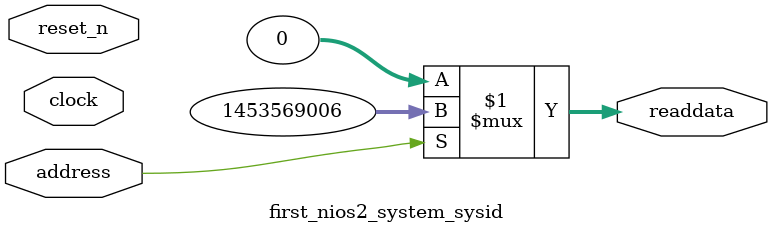
<source format=v>

`timescale 1ns / 1ps
// synthesis translate_on

// turn off superfluous verilog processor warnings 
// altera message_level Level1 
// altera message_off 10034 10035 10036 10037 10230 10240 10030 

module first_nios2_system_sysid (
               // inputs:
                address,
                clock,
                reset_n,

               // outputs:
                readdata
             )
;

  output  [ 31: 0] readdata;
  input            address;
  input            clock;
  input            reset_n;

  wire    [ 31: 0] readdata;
  //control_slave, which is an e_avalon_slave
  assign readdata = address ? 1453569006 : 0;

endmodule




</source>
